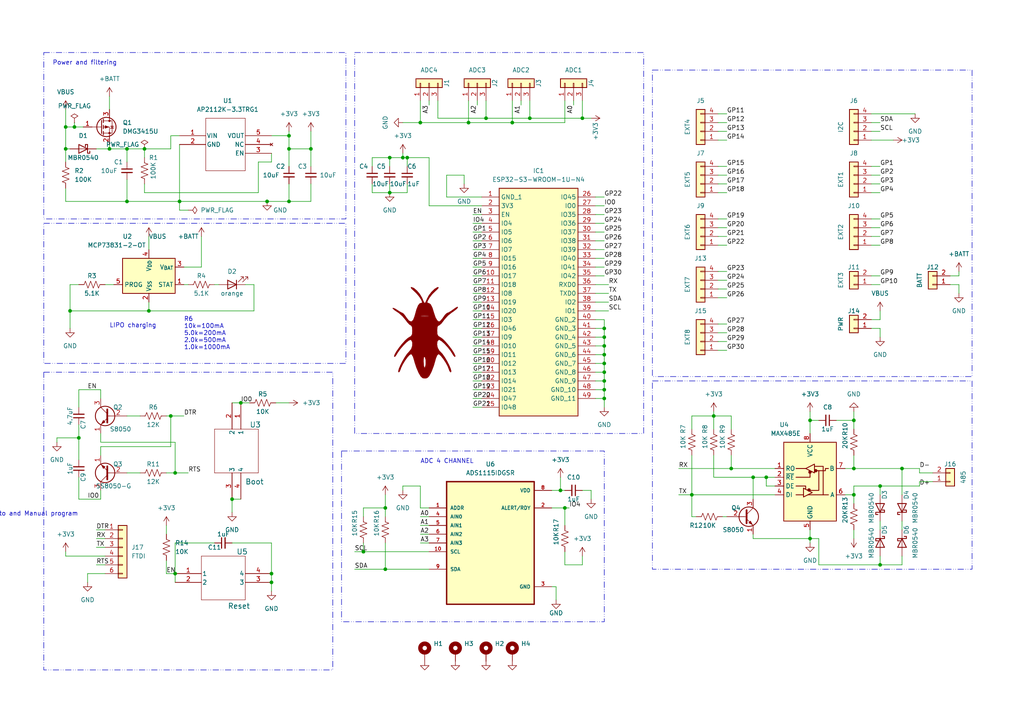
<source format=kicad_sch>
(kicad_sch (version 20230121) (generator eeschema)
  (paper "A4")
  (title_block (title "Sonpakharu") (date "2023-12-31") (rev "1.0.1") (company "Rajendra Khope"))
  (junction (at 111.76 147.32))
  (junction (at 175.26 107.95))
  (junction (at 105.41 160.02))
  (junction (at 111.76 165.1))
  (junction (at 247.65 143.51))
  (junction (at 19.05 36.83))
  (junction (at 19.05 43.18))
  (junction (at 50.8 137.16))
  (junction (at 153.67 34.29))
  (junction (at 175.26 95.25))
  (junction (at 78.74 166.37))
  (junction (at 175.26 115.57))
  (junction (at 140.97 34.29))
  (junction (at 20.32 90.17))
  (junction (at 52.07 58.42))
  (junction (at 175.26 100.33))
  (junction (at 83.82 58.42))
  (junction (at 175.26 110.49))
  (junction (at 168.91 34.29))
  (junction (at 83.82 39.37))
  (junction (at 162.56 142.24))
  (junction (at 36.83 58.42))
  (junction (at 36.83 43.18))
  (junction (at 67.31 144.78))
  (junction (at 116.84 45.72))
  (junction (at 113.03 45.72))
  (junction (at 77.47 58.42))
  (junction (at 175.26 105.41))
  (junction (at 135.89 35.56))
  (junction (at 78.74 168.91))
  (junction (at 255.27 163.83))
  (junction (at 41.91 43.18))
  (junction (at 234.95 121.92))
  (junction (at 113.03 55.88))
  (junction (at 69.85 116.84))
  (junction (at 212.09 135.89))
  (junction (at 261.62 135.89))
  (junction (at 247.65 135.89))
  (junction (at 175.26 113.03))
  (junction (at 31.75 43.18))
  (junction (at 247.65 121.92))
  (junction (at 200.66 143.51))
  (junction (at 255.27 140.97))
  (junction (at 49.53 120.65))
  (junction (at 234.95 156.21))
  (junction (at 148.59 35.56))
  (junction (at 175.26 97.79))
  (junction (at 163.83 147.32))
  (junction (at 43.18 90.17))
  (junction (at 222.25 138.43))
  (junction (at 121.92 35.56))
  (junction (at 22.86 127))
  (junction (at 50.8 166.37))
  (junction (at 207.01 120.65))
  (junction (at 118.11 45.72))
  (junction (at 175.26 102.87))
  (junction (at 218.44 138.43))
  (junction (at 83.82 43.18))
  (junction (at 90.17 43.18))
  (junction (at 21.59 36.83))
  (wire (pts (xy 172.72 67.31) (xy 175.26 67.31)))
  (wire (pts (xy 200.66 124.46) (xy 200.66 120.65)))
  (wire (pts (xy 67.31 116.84) (xy 69.85 116.84)))
  (wire (pts (xy 116.84 142.24) (xy 116.84 140.97)))
  (wire (pts (xy 29.21 144.78) (xy 22.86 144.78)))
  (wire (pts (xy 252.73 50.8) (xy 255.27 50.8)))
  (wire (pts (xy 111.76 143.51) (xy 111.76 147.32)))
  (wire (pts (xy 105.41 149.86) (xy 105.41 147.32)))
  (wire (pts (xy 113.03 45.72) (xy 107.95 45.72)))
  (wire (pts (xy 49.53 39.37) (xy 49.53 43.18)))
  (wire (pts (xy 160.02 142.24) (xy 162.56 142.24)))
  (wire (pts (xy 160.02 170.18) (xy 161.29 170.18)))
  (wire (pts (xy 121.92 152.4) (xy 124.46 152.4)))
  (wire (pts (xy 175.26 95.25) (xy 175.26 97.79)))
  (wire (pts (xy 52.07 60.96) (xy 52.07 58.42)))
  (wire (pts (xy 113.03 53.34) (xy 113.03 55.88)))
  (wire (pts (xy 208.28 35.56) (xy 210.82 35.56)))
  (wire (pts (xy 73.66 90.17) (xy 43.18 90.17)))
  (wire (pts (xy 252.73 38.1) (xy 255.27 38.1)))
  (wire (pts (xy 21.59 36.83) (xy 24.13 36.83)))
  (wire (pts (xy 78.74 46.99) (xy 74.93 46.99)))
  (wire (pts (xy 234.95 121.92) (xy 234.95 125.73)))
  (wire (pts (xy 121.92 140.97) (xy 121.92 147.32)))
  (wire (pts (xy 255.27 163.83) (xy 237.49 163.83)))
  (wire (pts (xy 252.73 68.58) (xy 255.27 68.58)))
  (wire (pts (xy 25.4 166.37) (xy 25.4 168.91)))
  (wire (pts (xy 124.46 45.72) (xy 118.11 45.72)))
  (wire (pts (xy 255.27 140.97) (xy 266.7 140.97)))
  (wire (pts (xy 172.72 80.01) (xy 175.26 80.01)))
  (wire (pts (xy 252.73 40.64) (xy 259.08 40.64)))
  (wire (pts (xy 36.83 52.07) (xy 36.83 58.42)))
  (wire (pts (xy 266.7 139.7) (xy 266.7 140.97)))
  (wire (pts (xy 252.73 95.25) (xy 255.27 95.25)))
  (wire (pts (xy 172.72 105.41) (xy 175.26 105.41)))
  (wire (pts (xy 162.56 142.24) (xy 163.83 142.24)))
  (wire (pts (xy 266.7 137.16) (xy 266.7 135.89)))
  (wire (pts (xy 121.92 149.86) (xy 124.46 149.86)))
  (wire (pts (xy 172.72 72.39) (xy 175.26 72.39)))
  (wire (pts (xy 137.16 105.41) (xy 139.7 105.41)))
  (wire (pts (xy 171.45 142.24) (xy 171.45 144.78)))
  (wire (pts (xy 107.95 53.34) (xy 107.95 55.88)))
  (wire (pts (xy 62.23 157.48) (xy 50.8 157.48)))
  (wire (pts (xy 140.97 34.29) (xy 153.67 34.29)))
  (wire (pts (xy 83.82 39.37) (xy 83.82 43.18)))
  (wire (pts (xy 41.91 53.34) (xy 41.91 55.88)))
  (wire (pts (xy 77.47 58.42) (xy 83.82 58.42)))
  (wire (pts (xy 175.26 110.49) (xy 175.26 113.03)))
  (wire (pts (xy 153.67 29.21) (xy 153.67 34.29)))
  (wire (pts (xy 175.26 97.79) (xy 175.26 100.33)))
  (wire (pts (xy 172.72 69.85) (xy 175.26 69.85)))
  (wire (pts (xy 36.83 46.99) (xy 36.83 43.18)))
  (wire (pts (xy 261.62 151.13) (xy 261.62 153.67)))
  (wire (pts (xy 172.72 95.25) (xy 175.26 95.25)))
  (wire (pts (xy 255.27 151.13) (xy 255.27 153.67)))
  (wire (pts (xy 137.16 85.09) (xy 139.7 85.09)))
  (wire (pts (xy 139.7 59.69) (xy 124.46 59.69)))
  (wire (pts (xy 163.83 147.32) (xy 165.1 147.32)))
  (wire (pts (xy 90.17 38.1) (xy 90.17 43.18)))
  (wire (pts (xy 67.31 144.78) (xy 67.31 148.59)))
  (wire (pts (xy 137.16 92.71) (xy 139.7 92.71)))
  (wire (pts (xy 255.27 161.29) (xy 255.27 163.83)))
  (wire (pts (xy 21.59 35.56) (xy 21.59 36.83)))
  (wire (pts (xy 161.29 170.18) (xy 161.29 173.99)))
  (wire (pts (xy 242.57 121.92) (xy 247.65 121.92)))
  (wire (pts (xy 53.34 82.55) (xy 54.61 82.55)))
  (wire (pts (xy 175.26 105.41) (xy 175.26 107.95)))
  (wire (pts (xy 172.72 100.33) (xy 175.26 100.33)))
  (wire (pts (xy 36.83 120.65) (xy 40.64 120.65)))
  (wire (pts (xy 172.72 74.93) (xy 175.26 74.93)))
  (wire (pts (xy 208.28 48.26) (xy 210.82 48.26)))
  (wire (pts (xy 67.31 157.48) (xy 78.74 157.48)))
  (wire (pts (xy 247.65 135.89) (xy 261.62 135.89)))
  (wire (pts (xy 113.03 45.72) (xy 116.84 45.72)))
  (wire (pts (xy 261.62 143.51) (xy 261.62 135.89)))
  (wire (pts (xy 127 34.29) (xy 140.97 34.29)))
  (wire (pts (xy 31.75 43.18) (xy 36.83 43.18)))
  (wire (pts (xy 224.79 140.97) (xy 222.25 140.97)))
  (wire (pts (xy 252.73 53.34) (xy 255.27 53.34)))
  (wire (pts (xy 83.82 43.18) (xy 90.17 43.18)))
  (wire (pts (xy 275.59 80.01) (xy 278.13 80.01)))
  (wire (pts (xy 172.72 92.71) (xy 175.26 92.71)))
  (wire (pts (xy 234.95 121.92) (xy 237.49 121.92)))
  (wire (pts (xy 247.65 135.89) (xy 247.65 132.08)))
  (wire (pts (xy 20.32 95.25) (xy 20.32 90.17)))
  (wire (pts (xy 252.73 48.26) (xy 255.27 48.26)))
  (wire (pts (xy 124.46 29.21) (xy 124.46 30.48)))
  (wire (pts (xy 105.41 157.48) (xy 105.41 160.02)))
  (wire (pts (xy 48.26 120.65) (xy 49.53 120.65)))
  (wire (pts (xy 102.87 160.02) (xy 105.41 160.02)))
  (wire (pts (xy 207.01 120.65) (xy 212.09 120.65)))
  (wire (pts (xy 54.61 60.96) (xy 52.07 60.96)))
  (wire (pts (xy 49.53 120.65) (xy 53.34 120.65)))
  (wire (pts (xy 252.73 33.02) (xy 265.43 33.02)))
  (wire (pts (xy 208.28 81.28) (xy 210.82 81.28)))
  (wire (pts (xy 163.83 35.56) (xy 148.59 35.56)))
  (wire (pts (xy 137.16 69.85) (xy 139.7 69.85)))
  (wire (pts (xy 247.65 121.92) (xy 247.65 124.46)))
  (wire (pts (xy 129.54 57.15) (xy 139.7 57.15)))
  (wire (pts (xy 41.91 55.88) (xy 74.93 55.88)))
  (wire (pts (xy 261.62 135.89) (xy 266.7 135.89)))
  (wire (pts (xy 73.66 82.55) (xy 73.66 90.17)))
  (wire (pts (xy 50.8 166.37) (xy 50.8 168.91)))
  (wire (pts (xy 19.05 43.18) (xy 19.05 46.99)))
  (wire (pts (xy 74.93 46.99) (xy 74.93 55.88)))
  (wire (pts (xy 20.32 90.17) (xy 20.32 82.55)))
  (wire (pts (xy 118.11 53.34) (xy 118.11 55.88)))
  (wire (pts (xy 175.26 92.71) (xy 175.26 95.25)))
  (wire (pts (xy 252.73 63.5) (xy 255.27 63.5)))
  (wire (pts (xy 50.8 137.16) (xy 54.61 137.16)))
  (wire (pts (xy 43.18 68.58) (xy 43.18 72.39)))
  (wire (pts (xy 172.72 57.15) (xy 175.26 57.15)))
  (wire (pts (xy 90.17 53.34) (xy 90.17 58.42)))
  (wire (pts (xy 222.25 138.43) (xy 218.44 138.43)))
  (wire (pts (xy 175.26 100.33) (xy 175.26 102.87)))
  (wire (pts (xy 27.94 43.18) (xy 31.75 43.18)))
  (wire (pts (xy 252.73 66.04) (xy 255.27 66.04)))
  (wire (pts (xy 50.8 128.27) (xy 50.8 137.16)))
  (wire (pts (xy 172.72 97.79) (xy 175.26 97.79)))
  (wire (pts (xy 172.72 85.09) (xy 176.53 85.09)))
  (wire (pts (xy 172.72 102.87) (xy 175.26 102.87)))
  (wire (pts (xy 62.23 82.55) (xy 63.5 82.55)))
  (wire (pts (xy 224.79 135.89) (xy 212.09 135.89)))
  (wire (pts (xy 29.21 132.08) (xy 29.21 129.54)))
  (wire (pts (xy 255.27 143.51) (xy 255.27 140.97)))
  (wire (pts (xy 69.85 116.84) (xy 72.39 116.84)))
  (wire (pts (xy 19.05 43.18) (xy 20.32 43.18)))
  (wire (pts (xy 151.13 29.21) (xy 151.13 30.48)))
  (wire (pts (xy 208.28 93.98) (xy 210.82 93.98)))
  (wire (pts (xy 19.05 36.83) (xy 21.59 36.83)))
  (wire (pts (xy 29.21 128.27) (xy 50.8 128.27)))
  (wire (pts (xy 90.17 43.18) (xy 90.17 48.26)))
  (wire (pts (xy 113.03 55.88) (xy 118.11 55.88)))
  (wire (pts (xy 148.59 35.56) (xy 135.89 35.56)))
  (wire (pts (xy 252.73 35.56) (xy 255.27 35.56)))
  (wire (pts (xy 20.32 82.55) (xy 22.86 82.55)))
  (wire (pts (xy 172.72 90.17) (xy 176.53 90.17)))
  (wire (pts (xy 53.34 77.47) (xy 58.42 77.47)))
  (wire (pts (xy 168.91 163.83) (xy 163.83 163.83)))
  (wire (pts (xy 234.95 156.21) (xy 234.95 157.48)))
  (wire (pts (xy 270.51 139.7) (xy 266.7 139.7)))
  (wire (pts (xy 208.28 53.34) (xy 210.82 53.34)))
  (wire (pts (xy 218.44 138.43) (xy 218.44 144.78)))
  (wire (pts (xy 212.09 135.89) (xy 212.09 132.08)))
  (wire (pts (xy 19.05 54.61) (xy 19.05 58.42)))
  (wire (pts (xy 16.51 128.27) (xy 16.51 127)))
  (wire (pts (xy 245.11 143.51) (xy 247.65 143.51)))
  (wire (pts (xy 137.16 80.01) (xy 139.7 80.01)))
  (wire (pts (xy 27.94 156.21) (xy 30.48 156.21)))
  (wire (pts (xy 118.11 45.72) (xy 116.84 45.72)))
  (wire (pts (xy 78.74 157.48) (xy 78.74 166.37)))
  (wire (pts (xy 208.28 50.8) (xy 210.82 50.8)))
  (wire (pts (xy 41.91 43.18) (xy 41.91 45.72)))
  (wire (pts (xy 36.83 43.18) (xy 41.91 43.18)))
  (wire (pts (xy 175.26 113.03) (xy 175.26 115.57)))
  (wire (pts (xy 137.16 74.93) (xy 139.7 74.93)))
  (wire (pts (xy 41.91 43.18) (xy 49.53 43.18)))
  (wire (pts (xy 116.84 45.72) (xy 116.84 44.45)))
  (wire (pts (xy 78.74 168.91) (xy 78.74 171.45)))
  (wire (pts (xy 135.89 29.21) (xy 135.89 35.56)))
  (wire (pts (xy 208.28 68.58) (xy 210.82 68.58)))
  (wire (pts (xy 172.72 113.03) (xy 175.26 113.03)))
  (wire (pts (xy 140.97 29.21) (xy 140.97 34.29)))
  (wire (pts (xy 113.03 48.26) (xy 113.03 45.72)))
  (wire (pts (xy 261.62 161.29) (xy 261.62 163.83)))
  (wire (pts (xy 208.28 33.02) (xy 210.82 33.02)))
  (wire (pts (xy 107.95 55.88) (xy 113.03 55.88)))
  (wire (pts (xy 83.82 38.1) (xy 83.82 39.37)))
  (wire (pts (xy 172.72 110.49) (xy 175.26 110.49)))
  (wire (pts (xy 36.83 137.16) (xy 40.64 137.16)))
  (wire (pts (xy 52.07 39.37) (xy 49.53 39.37)))
  (wire (pts (xy 252.73 92.71) (xy 255.27 92.71)))
  (wire (pts (xy 137.16 64.77) (xy 139.7 64.77)))
  (wire (pts (xy 137.16 102.87) (xy 139.7 102.87)))
  (wire (pts (xy 16.51 127) (xy 22.86 127)))
  (wire (pts (xy 207.01 120.65) (xy 207.01 124.46)))
  (wire (pts (xy 49.53 129.54) (xy 49.53 120.65)))
  (wire (pts (xy 255.27 92.71) (xy 255.27 90.17)))
  (wire (pts (xy 48.26 166.37) (xy 50.8 166.37)))
  (wire (pts (xy 175.26 107.95) (xy 175.26 110.49)))
  (wire (pts (xy 208.28 55.88) (xy 210.82 55.88)))
  (wire (pts (xy 166.37 29.21) (xy 166.37 30.48)))
  (wire (pts (xy 129.54 57.15) (xy 129.54 50.8)))
  (wire (pts (xy 80.01 116.84) (xy 83.82 116.84)))
  (wire (pts (xy 208.28 71.12) (xy 210.82 71.12)))
  (wire (pts (xy 278.13 78.74) (xy 278.13 80.01)))
  (wire (pts (xy 252.73 82.55) (xy 255.27 82.55)))
  (wire (pts (xy 234.95 119.38) (xy 234.95 121.92)))
  (wire (pts (xy 121.92 147.32) (xy 124.46 147.32)))
  (wire (pts (xy 36.83 58.42) (xy 52.07 58.42)))
  (wire (pts (xy 208.28 63.5) (xy 210.82 63.5)))
  (wire (pts (xy 137.16 82.55) (xy 139.7 82.55)))
  (wire (pts (xy 200.66 120.65) (xy 207.01 120.65)))
  (wire (pts (xy 275.59 82.55) (xy 278.13 82.55)))
  (wire (pts (xy 252.73 71.12) (xy 255.27 71.12)))
  (wire (pts (xy 224.79 143.51) (xy 200.66 143.51)))
  (wire (pts (xy 207.01 138.43) (xy 207.01 132.08)))
  (wire (pts (xy 134.62 50.8) (xy 134.62 53.34)))
  (wire (pts (xy 168.91 142.24) (xy 171.45 142.24)))
  (wire (pts (xy 207.01 119.38) (xy 207.01 120.65)))
  (wire (pts (xy 30.48 166.37) (xy 25.4 166.37)))
  (wire (pts (xy 137.16 87.63) (xy 139.7 87.63)))
  (wire (pts (xy 208.28 38.1) (xy 210.82 38.1)))
  (wire (pts (xy 134.62 50.8) (xy 129.54 50.8)))
  (wire (pts (xy 137.16 67.31) (xy 139.7 67.31)))
  (wire (pts (xy 137.16 62.23) (xy 139.7 62.23)))
  (wire (pts (xy 19.05 58.42) (xy 36.83 58.42)))
  (wire (pts (xy 127 29.21) (xy 127 34.29)))
  (wire (pts (xy 48.26 152.4) (xy 48.26 154.94)))
  (wire (pts (xy 29.21 113.03) (xy 22.86 113.03)))
  (wire (pts (xy 208.28 83.82) (xy 210.82 83.82)))
  (wire (pts (xy 137.16 100.33) (xy 139.7 100.33)))
  (wire (pts (xy 52.07 58.42) (xy 77.47 58.42)))
  (wire (pts (xy 43.18 87.63) (xy 43.18 90.17)))
  (wire (pts (xy 172.72 82.55) (xy 176.53 82.55)))
  (wire (pts (xy 111.76 165.1) (xy 124.46 165.1)))
  (wire (pts (xy 31.75 41.91) (xy 31.75 43.18)))
  (wire (pts (xy 200.66 143.51) (xy 200.66 132.08)))
  (wire (pts (xy 135.89 35.56) (xy 121.92 35.56)))
  (wire (pts (xy 121.92 154.94) (xy 124.46 154.94)))
  (wire (pts (xy 102.87 165.1) (xy 111.76 165.1)))
  (wire (pts (xy 29.21 125.73) (xy 29.21 128.27)))
  (wire (pts (xy 208.28 101.6) (xy 210.82 101.6)))
  (wire (pts (xy 30.48 82.55) (xy 33.02 82.55)))
  (wire (pts (xy 196.85 135.89) (xy 212.09 135.89)))
  (wire (pts (xy 237.49 163.83) (xy 237.49 156.21)))
  (wire (pts (xy 19.05 36.83) (xy 19.05 31.75)))
  (wire (pts (xy 137.16 110.49) (xy 139.7 110.49)))
  (wire (pts (xy 50.8 157.48) (xy 50.8 166.37)))
  (wire (pts (xy 29.21 129.54) (xy 49.53 129.54)))
  (wire (pts (xy 209.55 149.86) (xy 210.82 149.86)))
  (wire (pts (xy 218.44 138.43) (xy 207.01 138.43)))
  (wire (pts (xy 172.72 64.77) (xy 175.26 64.77)))
  (wire (pts (xy 78.74 39.37) (xy 83.82 39.37)))
  (wire (pts (xy 83.82 53.34) (xy 83.82 58.42)))
  (wire (pts (xy 208.28 66.04) (xy 210.82 66.04)))
  (wire (pts (xy 172.72 107.95) (xy 175.26 107.95)))
  (wire (pts (xy 19.05 36.83) (xy 19.05 43.18)))
  (wire (pts (xy 105.41 160.02) (xy 124.46 160.02)))
  (wire (pts (xy 27.94 163.83) (xy 30.48 163.83)))
  (wire (pts (xy 234.95 156.21) (xy 234.95 153.67)))
  (wire (pts (xy 247.65 140.97) (xy 247.65 143.51)))
  (wire (pts (xy 247.65 119.38) (xy 247.65 121.92)))
  (wire (pts (xy 270.51 137.16) (xy 266.7 137.16)))
  (wire (pts (xy 278.13 82.55) (xy 278.13 85.09)))
  (wire (pts (xy 137.16 90.17) (xy 139.7 90.17)))
  (wire (pts (xy 105.41 147.32) (xy 111.76 147.32)))
  (wire (pts (xy 118.11 45.72) (xy 118.11 48.26)))
  (wire (pts (xy 245.11 135.89) (xy 247.65 135.89)))
  (wire (pts (xy 222.25 140.97) (xy 222.25 138.43)))
  (wire (pts (xy 163.83 29.21) (xy 163.83 35.56)))
  (wire (pts (xy 22.86 127) (xy 22.86 133.35)))
  (wire (pts (xy 255.27 140.97) (xy 247.65 140.97)))
  (wire (pts (xy 22.86 144.78) (xy 22.86 138.43)))
  (wire (pts (xy 71.12 82.55) (xy 73.66 82.55)))
  (wire (pts (xy 121.92 157.48) (xy 124.46 157.48)))
  (wire (pts (xy 137.16 113.03) (xy 139.7 113.03)))
  (wire (pts (xy 218.44 154.94) (xy 218.44 156.21)))
  (wire (pts (xy 162.56 142.24) (xy 162.56 138.43)))
  (wire (pts (xy 116.84 140.97) (xy 121.92 140.97)))
  (wire (pts (xy 67.31 144.78) (xy 69.85 144.78)))
  (wire (pts (xy 208.28 86.36) (xy 210.82 86.36)))
  (wire (pts (xy 111.76 157.48) (xy 111.76 165.1)))
  (wire (pts (xy 111.76 147.32) (xy 111.76 149.86)))
  (wire (pts (xy 31.75 27.94) (xy 31.75 31.75)))
  (wire (pts (xy 148.59 29.21) (xy 148.59 35.56)))
  (wire (pts (xy 137.16 115.57) (xy 139.7 115.57)))
  (wire (pts (xy 247.65 153.67) (xy 247.65 156.21)))
  (wire (pts (xy 137.16 77.47) (xy 139.7 77.47)))
  (wire (pts (xy 137.16 97.79) (xy 139.7 97.79)))
  (wire (pts (xy 138.43 29.21) (xy 138.43 30.48)))
  (wire (pts (xy 224.79 138.43) (xy 222.25 138.43)))
  (wire (pts (xy 78.74 44.45) (xy 78.74 46.99)))
  (wire (pts (xy 172.72 59.69) (xy 175.26 59.69)))
  (wire (pts (xy 137.16 118.11) (xy 139.7 118.11)))
  (wire (pts (xy 208.28 96.52) (xy 210.82 96.52)))
  (wire (pts (xy 212.09 124.46) (xy 212.09 120.65)))
  (wire (pts (xy 175.26 102.87) (xy 175.26 105.41)))
  (wire (pts (xy 19.05 161.29) (xy 19.05 160.02)))
  (wire (pts (xy 52.07 41.91) (xy 52.07 58.42)))
  (wire (pts (xy 208.28 78.74) (xy 210.82 78.74)))
  (wire (pts (xy 43.18 90.17) (xy 20.32 90.17)))
  (wire (pts (xy 78.74 166.37) (xy 78.74 168.91)))
  (wire (pts (xy 83.82 58.42) (xy 90.17 58.42)))
  (wire (pts (xy 172.72 115.57) (xy 175.26 115.57)))
  (wire (pts (xy 172.72 62.23) (xy 175.26 62.23)))
  (wire (pts (xy 160.02 147.32) (xy 163.83 147.32)))
  (wire (pts (xy 137.16 95.25) (xy 139.7 95.25)))
  (wire (pts (xy 27.94 158.75) (xy 30.48 158.75)))
  (wire (pts (xy 218.44 156.21) (xy 234.95 156.21)))
  (wire (pts (xy 196.85 143.51) (xy 200.66 143.51)))
  (wire (pts (xy 201.93 149.86) (xy 200.66 149.86)))
  (wire (pts (xy 121.92 29.21) (xy 121.92 35.56)))
  (wire (pts (xy 153.67 34.29) (xy 168.91 34.29)))
  (wire (pts (xy 29.21 115.57) (xy 29.21 113.03)))
  (wire (pts (xy 175.26 115.57) (xy 175.26 118.11)))
  (wire (pts (xy 163.83 163.83) (xy 163.83 160.02)))
  (wire (pts (xy 261.62 163.83) (xy 255.27 163.83)))
  (wire (pts (xy 83.82 43.18) (xy 83.82 48.26)))
  (wire (pts (xy 208.28 40.64) (xy 210.82 40.64)))
  (wire (pts (xy 137.16 107.95) (xy 139.7 107.95)))
  (wire (pts (xy 124.46 59.69) (xy 124.46 45.72)))
  (wire (pts (xy 58.42 77.47) (xy 58.42 68.58)))
  (wire (pts (xy 121.92 35.56) (xy 116.84 35.56)))
  (wire (pts (xy 172.72 77.47) (xy 175.26 77.47)))
  (wire (pts (xy 22.86 113.03) (xy 22.86 118.11)))
  (wire (pts (xy 137.16 72.39) (xy 139.7 72.39)))
  (wire (pts (xy 163.83 147.32) (xy 163.83 152.4)))
  (wire (pts (xy 22.86 127) (xy 22.86 123.19)))
  (wire (pts (xy 255.27 95.25) (xy 255.27 97.79)))
  (wire (pts (xy 29.21 142.24) (xy 29.21 144.78)))
  (wire (pts (xy 247.65 143.51) (xy 247.65 146.05)))
  (wire (pts (xy 168.91 161.29) (xy 168.91 163.83)))
  (wire (pts (xy 27.94 153.67) (xy 30.48 153.67)))
  (wire (pts (xy 200.66 149.86) (xy 200.66 143.51)))
  (wire (pts (xy 252.73 80.01) (xy 255.27 80.01)))
  (wire (pts (xy 237.49 156.21) (xy 234.95 156.21)))
  (wire (pts (xy 48.26 162.56) (xy 48.26 166.37)))
  (wire (pts (xy 172.72 87.63) (xy 176.53 87.63)))
  (wire (pts (xy 48.26 137.16) (xy 50.8 137.16)))
  (wire (pts (xy 168.91 29.21) (xy 168.91 34.29)))
  (wire (pts (xy 252.73 55.88) (xy 255.27 55.88)))
  (wire (pts (xy 168.91 34.29) (xy 171.45 34.29)))
  (wire (pts (xy 19.05 161.29) (xy 30.48 161.29)))
  (wire (pts (xy 107.95 45.72) (xy 107.95 48.26)))
  (wire (pts (xy 208.28 99.06) (xy 210.82 99.06)))
  (rectangle (start 12.7 15.24) (end 100.33 63.5) (stroke (width 0) (type dash_dot_dot)))
  (rectangle (start 12.7 107.95) (end 96.52 194.31) (stroke (width 0) (type dash_dot_dot)))
  (rectangle (start 12.7 64.77) (end 100.33 105.41) (stroke (width 0) (type dash_dot_dot)))
  (rectangle (start 102.87 15.24) (end 186.69 125.73) (stroke (width 0) (type dash_dot_dot)))
  (rectangle (start 99.06 130.81) (end 175.26 180.34) (stroke (width 0) (type dash_dot_dot)))
  (rectangle (start 189.23 20.32) (end 281.94 109.22) (stroke (width 0) (type dash_dot_dot)))
  (rectangle (start 189.23 110.49) (end 281.94 165.1) (stroke (width 0) (type dash_dot_dot)))
  (text "Power and filtering" (at 15.24 19.05 0) (effects (font (size 1.27 1.27)) (justify left bottom)))
  (text "Auto and Manual program" (at -2.54 149.86 0) (effects (font (size 1.27 1.27)) (justify left bottom)))
  (text "LIPO charging" (at 31.75 95.25 0) (effects (font (size 1.27 1.27)) (justify left bottom)))
  (text "R6\n10k=100mA\n5.0k=200mA\n2.0k=500mA\n1.0k=1000mA" (at 53.34 101.6 0) (effects (font (size 1.27 1.27)) (justify left bottom)))
  (text "ADC 4 CHANNEL" (at 121.92 134.62 0) (effects (font (size 1.27 1.27)) (justify left bottom)))
  (label "SDA" (at 102.87 165.1 0))
  (label "GP16" (at 137.16 105.41 0))
  (label "GP15" (at 210.82 48.26 0))
  (label "IO0" (at 175.26 59.69 0))
  (label "GP13" (at 210.82 38.1 0))
  (label "GP19" (at 137.16 113.03 0))
  (label "GP19" (at 210.82 63.5 0))
  (label "RX" (at 27.94 156.21 0))
  (label "GP23" (at 175.26 62.23 0))
  (label "GP9" (at 255.27 80.01 0))
  (label "GP17" (at 137.16 107.95 0))
  (label "GP28" (at 210.82 96.52 0))
  (label "GP21" (at 210.82 68.58 0))
  (label "GP11" (at 137.16 92.71 0))
  (label "SDA" (at 176.53 87.63 0))
  (label "GP11" (at 210.82 33.02 0))
  (label "GP3" (at 255.27 53.34 0))
  (label "GP20" (at 210.82 66.04 0))
  (label "GP13" (at 137.16 97.79 0))
  (label "GP28" (at 175.26 74.93 0))
  (label "GP26" (at 210.82 86.36 0))
  (label "GP6" (at 137.16 80.01 0))
  (label "GP30" (at 175.26 80.01 0))
  (label "GP9" (at 137.16 87.63 0))
  (label "GP24" (at 175.26 64.77 0))
  (label "A0" (at 121.92 149.86 0))
  (label "GP1" (at 137.16 67.31 0))
  (label "GP14" (at 137.16 100.33 0))
  (label "GP7" (at 137.16 82.55 0))
  (label "SCL" (at 176.53 90.17 0))
  (label "GP10" (at 255.27 82.55 0))
  (label "GP2" (at 255.27 50.8 0))
  (label "A0" (at 166.37 30.48 270))
  (label "SCL" (at 102.87 160.02 0))
  (label "IO0" (at 25.4 144.78 0))
  (label "GP4" (at 137.16 74.93 0))
  (label "GP12" (at 137.16 95.25 0))
  (label "TX" (at 196.85 143.51 0))
  (label "RTS" (at 27.94 163.83 0))
  (label "GP21" (at 137.16 118.11 0))
  (label "GP27" (at 210.82 93.98 0))
  (label "TX" (at 27.94 158.75 0))
  (label "TX" (at 176.53 85.09 0))
  (label "GP18" (at 137.16 110.49 0))
  (label "GP22" (at 175.26 57.15 0))
  (label "A2" (at 121.92 154.94 0))
  (label "GP8" (at 137.16 85.09 0))
  (label "RX" (at 196.85 135.89 0))
  (label "GP29" (at 175.26 77.47 0))
  (label "GP10" (at 137.16 90.17 0))
  (label "GP25" (at 175.26 67.31 0))
  (label "A2" (at 138.43 30.48 270))
  (label "GP27" (at 175.26 72.39 0))
  (label "GP8" (at 255.27 71.12 0))
  (label "SDA" (at 255.27 35.56 0))
  (label "IO4" (at 137.16 64.77 0))
  (label "GP30" (at 210.82 101.6 0))
  (label "A3" (at 121.92 157.48 0))
  (label "GP14" (at 210.82 40.64 0))
  (label "GP18" (at 210.82 55.88 0))
  (label "GP5" (at 137.16 77.47 0))
  (label "EN" (at 25.4 113.03 0))
  (label "GP5" (at 255.27 63.5 0))
  (label "GP6" (at 255.27 66.04 0))
  (label "GP12" (at 210.82 35.56 0))
  (label "GP4" (at 255.27 55.88 0))
  (label "SCL" (at 255.27 38.1 0))
  (label "EN" (at 137.16 62.23 0))
  (label "GP17" (at 210.82 53.34 0))
  (label "DTR" (at 27.94 153.67 0))
  (label "A1" (at 121.92 152.4 0))
  (label "A3" (at 124.46 30.48 270))
  (label "D-" (at 266.7 135.89 0))
  (label "IO4" (at 165.1 147.32 0))
  (label "GP29" (at 210.82 99.06 0))
  (label "GP24" (at 210.82 81.28 0))
  (label "D+" (at 266.7 140.97 0))
  (label "RX" (at 176.53 82.55 0))
  (label "GP23" (at 210.82 78.74 0))
  (label "EN" (at 48.26 166.37 0))
  (label "GP22" (at 210.82 71.12 0))
  (label "GP25" (at 210.82 83.82 0))
  (label "GP20" (at 137.16 115.57 0))
  (label "GP26" (at 175.26 69.85 0))
  (label "DTR" (at 53.34 120.65 0))
  (label "GP1" (at 255.27 48.26 0))
  (label "A1" (at 151.13 30.48 270))
  (label "GP15" (at 137.16 102.87 0))
  (label "GP7" (at 255.27 68.58 0))
  (label "GP16" (at 210.82 50.8 0))
  (label "GP2" (at 137.16 69.85 0))
  (label "RTS" (at 54.61 137.16 0))
  (label "GP3" (at 137.16 72.39 0))
  (label "IO0" (at 69.85 116.84 0))
  (symbol (lib_id "Device:R_US") (at 76.2 116.84 90) (unit 1)
    (property "Reference" "R5" (at 76.2 114.3 90))
    (property "Value" "10K" (at 76.2 119.38 90))
    (property "Footprint" "Resistor_SMD:R_0603_1608Metric" (effects hide))
    (property "MPN" "C25804" (effects hide))
  )
  (symbol (lib_id "power:+3V3") (at 162.56 138.43 0) (unit 1)
    (property "Reference" "#PWR028" (effects hide))
    (property "Value" "+3V3" (at 162.56 133.35 0))
  )
  (symbol (lib_id "power:+3V3") (at 83.82 116.84 270) (unit 1)
    (property "Reference" "#PWR020" (effects hide))
    (property "Value" "+3V3" (at 87.63 116.84 90) (effects (justify left)))
  )
  (symbol (lib_id "power:GND") (at 78.74 171.45 0) (unit 1)
    (property "Reference" "#PWR036" (effects hide))
    (property "Value" "GND" (at 78.74 176.53 0))
  )
  (symbol (lib_id "Device:C_Small") (at 166.37 142.24 270) (unit 1)
    (property "Reference" "C10" (at 166.37 138.43 90))
    (property "Value" "1uF" (at 166.37 144.78 90))
    (property "Footprint" "Capacitor_SMD:C_0603_1608Metric" (effects hide))
    (property "MPN" "C363560" (effects hide))
  )
  (symbol (lib_id "Device:R_US") (at 105.41 153.67 0) (unit 1)
    (property "Reference" "R15" (at 102.87 149.86 90))
    (property "Value" "10K" (at 102.87 153.67 90))
    (property "Footprint" "Resistor_SMD:R_0603_1608Metric" (effects hide))
    (property "MPN" "C25804" (effects hide))
  )
  (symbol (lib_id "power:+3V3") (at 259.08 40.64 270) (unit 1)
    (property "Reference" "#PWR08" (effects hide))
    (property "Value" "+3V3" (at 264.16 40.64 90))
  )
  (symbol (lib_id "Connector_Generic:Conn_01x04") (at 247.65 38.1 180) (unit 1)
    (property "Reference" "J6" (at 247.65 29.21 0))
    (property "Value" "I2C" (at 243.84 36.83 90))
    (property "Footprint" "Connector_Molex:Molex_KK-254_AE-6410-04A_1x04_P2.54mm_Vertical" (effects hide))
  )
  (symbol (lib_id "Device:C_Small") (at 240.03 121.92 270) (unit 1)
    (property "Reference" "C8" (at 240.03 118.11 90))
    (property "Value" "1uF" (at 240.03 124.46 90))
    (property "Footprint" "Capacitor_SMD:C_0603_1608Metric" (effects hide))
    (property "MPN" "C363560" (effects hide))
  )
  (symbol (lib_id "power:+3V3") (at 168.91 161.29 0) (unit 1)
    (property "Reference" "#PWR037" (effects hide))
    (property "Value" "+3V3" (at 168.91 156.21 0))
  )
  (symbol (lib_id "power:+3V3") (at 207.01 119.38 0) (unit 1)
    (property "Reference" "#PWR022" (effects hide))
    (property "Value" "+3V3" (at 207.01 114.3 0))
  )
  (symbol (lib_id "Device:C_Small") (at 118.11 50.8 0) (unit 1)
    (property "Reference" "C6" (at 118.11 48.26 0) (effects (justify left)))
    (property "Value" "1uF" (at 118.11 53.34 0) (effects (justify left)))
    (property "Footprint" "Capacitor_SMD:C_0603_1608Metric" (effects hide))
    (property "MPN" "C363560" (effects hide))
  )
  (symbol (lib_id "Mechanical:MountingHole_Pad") (at 140.97 189.23 0) (unit 1)
    (property "Reference" "H2" (at 143.51 186.69 0) (effects (justify left)))
    (property "Value" "mounting hole" (effects hide))
    (property "Footprint" "MountingHole:MountingHole_2.2mm_M2_Pad_Via" (effects hide))
  )
  (symbol (lib_id "Transistor_BJT:S8050") (at 215.9 149.86 0) (unit 1)
    (property "Reference" "Q4" (at 212.09 147.32 0) (effects (justify left)))
    (property "Value" "S8050" (at 209.55 153.67 0) (effects (justify left)))
    (property "Footprint" "Package_TO_SOT_SMD:SOT-23" (effects hide))
    (property "Datasheet" "http://www.unisonic.com.tw/datasheet/S8050.pdf" (effects hide))
    (property "package" " SOT-23" (effects hide))
    (property "MPN" "C5249674" (effects hide))
  )
  (symbol (lib_id "Device:R_US") (at 48.26 158.75 180) (unit 1)
    (property "Reference" "R14" (at 50.8 157.48 0) (effects (justify right)))
    (property "Value" "10K" (at 50.8 160.02 0) (effects (justify right)))
    (property "Footprint" "Resistor_SMD:R_0603_1608Metric" (effects hide))
    (property "MPN" "C25804" (effects hide))
  )
  (symbol (lib_id "power:GND") (at 25.4 168.91 0) (unit 1)
    (property "Reference" "#PWR035" (effects hide))
    (property "Value" "GND" (at 25.4 173.99 0))
  )
  (symbol (lib_id "Device:R_US") (at 212.09 128.27 0) (unit 1)
    (property "Reference" "R9" (at 209.55 124.46 90))
    (property "Value" "10K" (at 209.55 128.27 90))
    (property "Footprint" "Resistor_SMD:R_0603_1608Metric" (effects hide))
    (property "MPN" "C25804" (effects hide))
  )
  (symbol (lib_id "Diode:MBR0540") (at 255.27 157.48 270) (unit 1)
    (property "Reference" "D5" (at 256.54 153.67 0))
    (property "Value" "MBR0540" (at 252.73 157.48 0))
    (property "Footprint" "Diode_SMD:D_SOD-123" (effects hide))
    (property "Datasheet" "http://www.mccsemi.com/up_pdf/MBR0520~MBR0580(SOD123).pdf" (effects hide))
    (property "MPN" "C116159" (effects hide))
  )
  (symbol (lib_id "Device:C_Small") (at 22.86 135.89 180) (unit 1)
    (property "Reference" "C9" (at 24.13 138.43 90))
    (property "Value" "1uF" (at 20.32 135.89 90))
    (property "Footprint" "Capacitor_SMD:C_0603_1608Metric" (effects hide))
    (property "MPN" "C363560" (effects hide))
  )
  (symbol (lib_id "Mechanical:MountingHole_Pad") (at 148.59 189.23 0) (unit 1)
    (property "Reference" "H4" (at 151.13 186.69 0) (effects (justify left)))
    (property "Value" "MountingHole_Pad" (effects hide))
    (property "Footprint" "MountingHole:MountingHole_2.2mm_M2_DIN965_Pad" (effects hide))
  )
  (symbol (lib_id "Device:R_US") (at 44.45 120.65 90) (unit 1)
    (property "Reference" "R6" (at 44.45 118.11 90))
    (property "Value" "12K" (at 44.45 123.19 90))
    (property "Footprint" "Resistor_SMD:R_0603_1608Metric" (effects hide))
    (property "MPN" "C22790" (effects hide))
  )
  (symbol (lib_id "Transistor_BJT:S8050") (at 31.75 137.16 180) (unit 1)
    (property "Reference" "Q3" (at 35.56 134.62 0) (effects (justify left)))
    (property "Value" "SS8050-G" (at 38.1 140.97 0) (effects (justify left)))
    (property "Footprint" "Package_TO_SOT_SMD:SOT-23" (effects hide))
    (property "Datasheet" "http://www.unisonic.com.tw/datasheet/S8050.pdf" (effects hide))
    (property "MPN" "C5249674" (effects hide))
  )
  (symbol (lib_id "Device:C_Small") (at 113.03 50.8 0) (unit 1)
    (property "Reference" "C5" (at 109.22 48.26 0) (effects (justify left)))
    (property "Value" "10uF" (at 113.03 53.34 0) (effects (justify left)))
    (property "Footprint" "Capacitor_SMD:C_0603_1608Metric" (effects hide))
    (property "MPN" "C5137578" (effects hide))
  )
  (symbol (lib_id "Device:R_US") (at 19.05 50.8 180) (unit 1)
    (property "Reference" "R2" (at 21.59 49.53 0) (effects (justify right)))
    (property "Value" "100K" (at 21.59 52.07 0) (effects (justify right)))
    (property "Footprint" "Resistor_SMD:R_0603_1608Metric" (effects hide))
    (property "MPN" "C25803" (effects hide))
  )
  (symbol (lib_id "power:GND") (at 134.62 53.34 0) (unit 1)
    (property "Reference" "#PWR010" (effects hide))
    (property "Value" "GND" (at 134.62 58.42 0))
  )
  (symbol (lib_id "Device:R_US") (at 247.65 128.27 0) (unit 1)
    (property "Reference" "R10" (at 245.11 124.46 90))
    (property "Value" "20K" (at 245.11 128.27 90))
    (property "Footprint" "Resistor_SMD:R_0603_1608Metric" (effects hide))
    (property "MPN" "C25804" (effects hide))
  )
  (symbol (lib_id "ESP32-S3-WROOM-1U-N4:ESP32-S3-WROOM-1U-N4") (at 139.7 57.15 0) (unit 1)
    (property "Reference" "IC1" (at 156.21 49.53 0))
    (property "Value" "ESP32-S3-WROOM-1U-N4" (at 156.21 52.07 0))
    (property "Footprint" "KiCad:ESP32S3WROOM1UN4" (effects hide))
    (property "Datasheet" "https://www.espressif.com/sites/default/files/documentation/esp32-s3-wroom-1_wroom-1u_datasheet_en.pdf" (effects hide))
    (property "Height" "3.35" (effects hide))
    (property "Manufacturer_Name" "Espressif Systems" (effects hide))
    (property "Manufacturer_Part_Number" "ESP32-S3-WROOM-1U-N4" (effects hide))
    (property "Mouser Part Number" "356-ESP32S3WROOM1UN4" (effects hide))
    (property "Mouser Price/Stock" "https://www.mouser.co.uk/ProductDetail/Espressif-Systems/ESP32-S3-WROOM-1U-N4?qs=Li%252BoUPsLEnuzjBt9s26Lmg%3D%3D" (effects hide))
    (property "MPN" "C3013945" (effects hide))
  )
  (symbol (lib_id "Device:C_Small") (at 107.95 50.8 0) (unit 1)
    (property "Reference" "C4" (at 104.14 48.26 0) (effects (justify left)))
    (property "Value" "10uF" (at 107.95 53.34 0) (effects (justify left)))
    (property "Footprint" "Capacitor_SMD:C_0603_1608Metric" (effects hide))
    (property "MPN" "C5137578" (effects hide))
  )
  (symbol (lib_id "power:GND") (at 123.19 191.77 0) (unit 1)
    (property "Reference" "#PWR038" (effects hide))
    (property "Value" "GND" (effects hide))
  )
  (symbol (lib_id "power:GND") (at 67.31 148.59 0) (unit 1)
    (property "Reference" "#PWR027" (effects hide))
    (property "Value" "GND" (at 67.31 153.67 0))
  )
  (symbol (lib_id "Connector_Generic:Conn_01x02") (at 270.51 82.55 180) (unit 1)
    (property "Reference" "J12" (at 270.51 77.47 0))
    (property "Value" "BATT" (at 266.7 81.28 90))
    (property "Footprint" "Connector_Molex:Molex_KK-254_AE-6410-02A_1x02_P2.54mm_Vertical" (effects hide))
  )
  (symbol (lib_id "power:GND") (at 234.95 157.48 0) (unit 1)
    (property "Reference" "#PWR031" (effects hide))
    (property "Value" "GND" (at 234.95 162.56 0))
  )
  (symbol (lib_id "Connector_Generic:Conn_01x06") (at 35.56 158.75 0) (unit 1)
    (property "Reference" "J17" (at 38.1 158.75 0) (effects (justify left)))
    (property "Value" "FTDI" (at 38.1 161.29 0) (effects (justify left)))
    (property "Footprint" "Connector_Molex:Molex_KK-254_AE-6410-06A_1x06_P2.54mm_Vertical" (effects hide))
  )
  (symbol (lib_id "Battery_Management:MCP73831-2-OT") (at 43.18 80.01 0) (unit 1)
    (property "Reference" "U2" (at 35.56 68.58 0) (effects (justify left)))
    (property "Value" "MCP73831-2-OT" (at 25.4 71.12 0) (effects (justify left)))
    (property "Footprint" "Package_TO_SOT_SMD:SOT-23-5" (effects hide))
    (property "Datasheet" "http://ww1.microchip.com/downloads/en/DeviceDoc/20001984g.pdf" (effects hide))
    (property "MPN" "C424093" (effects hide))
  )
  (symbol (lib_id "Mechanical:MountingHole_Pad") (at 132.08 189.23 0) (unit 1)
    (property "Reference" "H3" (at 134.62 186.69 0) (effects (justify left)))
    (property "Value" "MountingHole_Pad" (effects hide))
    (property "Footprint" "MountingHole:MountingHole_2.2mm_M2_Pad_Via" (effects hide))
  )
  (symbol (lib_id "Device:R_US") (at 41.91 49.53 180) (unit 1)
    (property "Reference" "R1" (at 43.18 45.72 0) (effects (justify right)))
    (property "Value" "100K" (at 44.45 52.07 90) (effects (justify right)))
    (property "Footprint" "Resistor_SMD:R_0603_1608Metric" (effects hide))
    (property "MPN" "C25803" (effects hide))
  )
  (symbol (lib_id "Connector_Generic:Conn_01x03") (at 151.13 24.13 90) (unit 1)
    (property "Reference" "J3" (at 156.21 24.13 0))
    (property "Value" "ADC2" (at 151.13 20.32 90))
    (property "Footprint" "Connector_Molex:Molex_KK-254_AE-6410-03A_1x03_P2.54mm_Vertical" (effects hide))
  )
  (symbol (lib_id "PTS526 SK15 SMTR2 LFS:PTS526_SK15_SMTR2_LFS") (at 64.77 167.64 0) (unit 1)
    (property "Reference" "U5" (at 68.58 160.02 0) (effects (font (size 1.524 1.524)) (justify left)))
    (property "Value" "Reset" (at 66.04 175.768 0) (effects (font (size 1.524 1.524)) (justify left)))
    (property "Footprint" "PTS526 SK15 SMTR2 LFS:SMT_FS" (effects hide))
    (property "Datasheet" "PTS526 SK15 SMTR2 LFS" (effects hide))
  )
  (symbol (lib_id "AP2112K_3_3TRG1:AP2112K-3.3TRG1") (at 66.04 41.91 0) (unit 1)
    (property "Reference" "U1" (at 66.04 29.21 0))
    (property "Value" "AP2112K-3.3TRG1" (at 66.04 31.75 0))
    (property "Footprint" "AP2112K_3_3TRG1:SOT25" (effects hide))
    (property "Datasheet" "AP2112K-3.3TRG1" (effects hide))
    (property "MF" "Diodes Inc." (effects hide))
    (property "Description" "\nVoltage Regulators, LDO, 600mA CMOS LDO 50mA 3.3V 250mV | Diodes Inc AP2112K-3.3TRG1\n" (effects hide))
    (property "Package" "SOT-753 Diodes Inc." (effects hide))
    (property "Price" "None" (effects hide))
    (property "Check_prices" "https://www.snapeda.com/parts/AP2112K-3.3TRG1/Diodes+Inc./view-part/?ref=eda" (effects hide))
    (property "PARTREV" "2-2" (effects hide))
    (property "SnapEDA_Link" "https://www.snapeda.com/parts/AP2112K-3.3TRG1/Diodes+Inc./view-part/?ref=snap" (effects hide))
    (property "MP" "AP2112K-3.3TRG1" (effects hide))
    (property "Purchase-URL" "https://www.snapeda.com/api/url_track_click_mouser/?unipart_id=454988&manufacturer=Diodes Inc.&part_name=AP2112K-3.3TRG1&search_term=None" (effects hide))
    (property "Availability" "In Stock" (effects hide))
    (property "MANUFACTURER" "Diodes Inc." (effects hide))
    (property "MPN" "C51118" (effects hide))
  )
  (symbol (lib_id "Connector_Generic:Conn_01x04") (at 247.65 53.34 180) (unit 1)
    (property "Reference" "J8" (at 247.65 44.45 0))
    (property "Value" "EXT1" (at 243.84 52.07 90))
    (property "Footprint" "Connector_Molex:Molex_KK-254_AE-6410-04A_1x04_P2.54mm_Vertical" (effects hide))
  )
  (symbol (lib_id "Interface_UART:MAX485E") (at 234.95 138.43 0) (unit 1)
    (property "Reference" "U4" (at 226.06 123.19 0) (effects (justify left)))
    (property "Value" "MAX485E" (at 223.52 125.73 0) (effects (justify left)))
    (property "Footprint" "Package_SO:SOIC-8_3.9x4.9mm_P1.27mm" (effects hide))
    (property "Datasheet" "https://datasheets.maximintegrated.com/en/ds/MAX1487E-MAX491E.pdf" (effects hide))
    (property "MPN" "C19738" (effects hide))
  )
  (symbol (lib_id "Diode:MBR0540") (at 261.62 157.48 270) (unit 1)
    (property "Reference" "D6" (at 262.89 153.67 0))
    (property "Value" "MBR0540" (at 265.43 157.48 0))
    (property "Footprint" "Diode_SMD:D_SOD-123" (effects hide))
    (property "Datasheet" "http://www.mccsemi.com/up_pdf/MBR0520~MBR0580(SOD123).pdf" (effects hide))
    (property "MPN" "C116159" (effects hide))
  )
  (symbol (lib_id "power:GND") (at 77.47 58.42 0) (unit 1)
    (property "Reference" "#PWR012" (effects hide))
    (property "Value" "GND" (at 81.28 60.96 0))
  )
  (symbol (lib_id "power:GND") (at 148.59 191.77 0) (unit 1)
    (property "Reference" "#PWR042" (effects hide))
    (property "Value" "GND" (effects hide))
  )
  (symbol (lib_id "Connector_Generic:Conn_01x04") (at 203.2 99.06 180) (unit 1)
    (property "Reference" "J15" (at 203.2 90.17 0))
    (property "Value" "EXT8" (at 199.39 97.79 90))
    (property "Footprint" "Connector_Molex:Molex_KK-254_AE-6410-04A_1x04_P2.54mm_Vertical" (effects hide))
  )
  (symbol (lib_id "Connector_Generic:Conn_01x04") (at 247.65 68.58 180) (unit 1)
    (property "Reference" "J10" (at 247.65 59.69 0))
    (property "Value" "EXT2" (at 243.84 67.31 90))
    (property "Footprint" "Connector_Molex:Molex_KK-254_AE-6410-04A_1x04_P2.54mm_Vertical" (effects hide))
  )
  (symbol (lib_id "Device:R_US") (at 58.42 82.55 90) (unit 1)
    (property "Reference" "R4" (at 58.42 80.01 90))
    (property "Value" "5.1K" (at 58.42 85.09 90))
    (property "Footprint" "Resistor_SMD:R_0603_1608Metric" (effects hide))
    (property "MPN" "C23186" (effects hide))
  )
  (symbol (lib_id "Device:R_US") (at 200.66 128.27 0) (unit 1)
    (property "Reference" "R7" (at 198.12 124.46 90))
    (property "Value" "10K" (at 198.12 128.27 90))
    (property "Footprint" "Resistor_SMD:R_0603_1608Metric" (effects hide))
    (property "MPN" "C25804" (effects hide))
  )
  (symbol (lib_id "Diode:MBR0540") (at 24.13 43.18 180) (unit 1)
    (property "Reference" "D1" (at 24.13 39.37 0))
    (property "Value" "MBR0540" (at 24.13 45.72 0))
    (property "Footprint" "Diode_SMD:D_SOD-123" (effects hide))
    (property "Datasheet" "http://www.mccsemi.com/up_pdf/MBR0520~MBR0580(SOD123).pdf" (effects hide))
    (property "MPN" "C116159" (effects hide))
  )
  (symbol (lib_id "Connector_Generic:Conn_01x03") (at 166.37 24.13 90) (unit 1)
    (property "Reference" "J4" (at 171.45 24.13 0))
    (property "Value" "ADC1" (at 166.37 20.32 90))
    (property "Footprint" "Connector_Molex:Molex_KK-254_AE-6410-03A_1x03_P2.54mm_Vertical" (effects hide))
  )
  (symbol (lib_id "Device:R_US") (at 26.67 82.55 90) (unit 1)
    (property "Reference" "R3" (at 26.67 80.01 90))
    (property "Value" "5.1K" (at 26.67 85.09 90))
    (property "Footprint" "Resistor_SMD:R_0603_1608Metric" (effects hide))
    (property "MPN" "C23186" (effects hide))
  )
  (symbol (lib_id "Device:C_Small") (at 64.77 157.48 90) (unit 1)
    (property "Reference" "C11" (at 62.23 158.75 90))
    (property "Value" "1uF" (at 64.77 154.94 90))
    (property "Footprint" "Capacitor_SMD:C_0603_1608Metric" (effects hide))
    (property "MPN" "C363560" (effects hide))
  )
  (symbol (lib_id "power:GND") (at 247.65 119.38 180) (unit 1)
    (property "Reference" "#PWR024" (effects hide))
    (property "Value" "GND" (at 247.65 114.3 0))
  )
  (symbol (lib_id "power:GND") (at 140.97 191.77 0) (unit 1)
    (property "Reference" "#PWR039" (effects hide))
    (property "Value" "GND" (effects hide))
  )
  (symbol (lib_id "power:+3V3") (at 90.17 38.1 0) (unit 1)
    (property "Reference" "#PWR07" (effects hide))
    (property "Value" "+3V3" (at 90.17 33.02 0))
  )
  (symbol (lib_id "power:GND") (at 255.27 97.79 0) (unit 1)
    (property "Reference" "#PWR019" (effects hide))
    (property "Value" "GND" (at 255.27 102.87 0))
  )
  (symbol (lib_id "Diode:MBR0540") (at 261.62 147.32 90) (unit 1)
    (property "Reference" "D4" (at 262.89 143.51 0))
    (property "Value" "MBR0540" (at 265.43 147.32 0))
    (property "Footprint" "Diode_SMD:D_SOD-123" (effects hide))
    (property "Datasheet" "http://www.mccsemi.com/up_pdf/MBR0520~MBR0580(SOD123).pdf" (effects hide))
    (property "MPN" "C116159" (effects hide))
  )
  (symbol (lib_id "Connector_Generic:Conn_01x02") (at 247.65 82.55 180) (unit 1)
    (property "Reference" "J11" (at 247.65 77.47 0))
    (property "Value" "EXT3" (at 243.84 81.28 90))
    (property "Footprint" "Connector_Molex:Molex_KK-254_AE-6410-02A_1x02_P2.54mm_Vertical" (effects hide))
  )
  (symbol (lib_id "power:+3V3") (at 234.95 119.38 0) (unit 1)
    (property "Reference" "#PWR023" (effects hide))
    (property "Value" "+3V3" (at 234.95 114.3 0))
  )
  (symbol (lib_id "Connector_Generic:Conn_01x04") (at 203.2 68.58 180) (unit 1)
    (property "Reference" "J9" (at 203.2 59.69 0))
    (property "Value" "EXT6" (at 199.39 67.31 90))
    (property "Footprint" "Connector_Molex:Molex_KK-254_AE-6410-04A_1x04_P2.54mm_Vertical" (effects hide))
  )
  (symbol (lib_id "power:+3V3") (at 83.82 38.1 0) (unit 1)
    (property "Reference" "#PWR06" (effects hide))
    (property "Value" "+3V3" (at 83.82 33.02 0))
  )
  (symbol (lib_id "Device:R_US") (at 247.65 149.86 0) (unit 1)
    (property "Reference" "R13" (at 245.11 146.05 90))
    (property "Value" "20K" (at 245.11 149.86 90))
    (property "Footprint" "Resistor_SMD:R_0603_1608Metric" (effects hide))
    (property "MPN" "C25804" (effects hide))
  )
  (symbol (lib_id "power:+3V3") (at 171.45 34.29 270) (unit 1)
    (property "Reference" "#PWR04" (effects hide))
    (property "Value" "+3V3" (at 172.72 38.1 0))
  )
  (symbol (lib_id "Transistor_BJT:S8050") (at 31.75 120.65 0) (mirror y) (unit 1)
    (property "Reference" "Q2" (at 35.56 118.11 0) (effects (justify left)))
    (property "Value" "S8050" (at 38.1 124.46 0) (effects (justify left)))
    (property "Footprint" "Package_TO_SOT_SMD:SOT-23" (effects hide))
    (property "Datasheet" "http://www.unisonic.com.tw/datasheet/S8050.pdf" (effects hide))
    (property "package" " SOT-23" (effects hide))
    (property "MPN" "C5249674" (effects hide))
  )
  (symbol (lib_id "Diode:MBR0540") (at 255.27 147.32 90) (unit 1)
    (property "Reference" "D3" (at 256.54 143.51 0))
    (property "Value" "MBR0540" (at 252.73 147.32 0))
    (property "Footprint" "Diode_SMD:D_SOD-123" (effects hide))
    (property "Datasheet" "http://www.mccsemi.com/up_pdf/MBR0520~MBR0580(SOD123).pdf" (effects hide))
    (property "MPN" "C116159" (effects hide))
  )
  (symbol (lib_id "Transistor_FET:DMG2301L") (at 29.21 36.83 0) (unit 1)
    (property "Reference" "Q1" (at 35.56 35.56 0) (effects (justify left)))
    (property "Value" "DMG3415U" (at 35.56 38.1 0) (effects (justify left)))
    (property "Footprint" "Package_TO_SOT_SMD:SOT-23" (effects hide))
    (property "Datasheet" "https://www.diodes.com/assets/Datasheets/DMG2301L.pdf" (effects hide))
    (property "MPN" "C96616" (effects hide))
  )
  (symbol (lib_id "Device:LED") (at 67.31 82.55 180) (unit 1)
    (property "Reference" "D2" (at 67.31 78.74 0))
    (property "Value" "orange" (at 67.31 85.09 0))
    (property "Footprint" "LED_SMD:LED_0603_1608Metric" (effects hide))
    (property "MPN" "C779453" (effects hide))
  )
  (symbol (lib_id "power:GND") (at 116.84 35.56 270) (unit 1)
    (property "Reference" "#PWR05" (effects hide))
    (property "Value" "GND" (at 111.76 35.56 0))
  )
  (symbol (lib_id "Device:R_US") (at 44.45 137.16 90) (unit 1)
    (property "Reference" "R11" (at 44.45 134.62 90))
    (property "Value" "12K" (at 44.45 139.7 90))
    (property "Footprint" "Resistor_SMD:R_0603_1608Metric" (effects hide))
    (property "MPN" "C22790" (effects hide))
  )
  (symbol (lib_id "power:VBUS") (at 255.27 90.17 0) (unit 1)
    (property "Reference" "#PWR017" (effects hide))
    (property "Value" "VBUS" (at 255.27 85.09 0))
  )
  (symbol (lib_id "power:GND") (at 132.08 191.77 0) (unit 1)
    (property "Reference" "#PWR041" (effects hide))
    (property "Value" "GND" (effects hide))
  )
  (symbol (lib_id "power:GND") (at 171.45 144.78 0) (unit 1)
    (property "Reference" "#PWR034" (effects hide))
    (property "Value" "GND" (at 171.45 149.86 0))
  )
  (symbol (lib_id "Device:R_US") (at 111.76 153.67 0) (unit 1)
    (property "Reference" "R16" (at 109.22 149.86 90))
    (property "Value" "10K" (at 109.22 153.67 90))
    (property "Footprint" "Resistor_SMD:R_0603_1608Metric" (effects hide))
    (property "MPN" "C25804" (effects hide))
  )
  (symbol (lib_id "power:+3V3") (at 111.76 143.51 0) (unit 1)
    (property "Reference" "#PWR032" (effects hide))
    (property "Value" "+3V3" (at 111.76 138.43 0))
  )
  (symbol (lib_id "Connector_Generic:Conn_01x04") (at 203.2 38.1 180) (unit 1)
    (property "Reference" "J5" (at 203.2 29.21 0))
    (property "Value" "EXT4" (at 199.39 36.83 90))
    (property "Footprint" "Connector_Molex:Molex_KK-254_AE-6410-04A_1x04_P2.54mm_Vertical" (effects hide))
  )
  (symbol (lib_id "ADS1115IDGSR:ADS1115IDGSR") (at 142.24 157.48 0) (unit 1)
    (property "Reference" "U6" (at 142.24 134.62 0))
    (property "Value" "ADS1115IDGSR" (at 142.24 137.16 0))
    (property "Footprint" "Package_SO:VSSOP-10_3x3mm_P0.5mm" (effects hide))
    (property "MF" "Texas Instruments" (effects hide))
    (property "Description" "\n16-bit, 860-SPS, 4-channel, delta-sigma ADC with PGA, oscillator, VREF, comparator and I2C\n" (effects hide))
    (property "Package" "VSSOP-10 Texas Instruments" (effects hide))
    (property "Price" "None" (effects hide))
    (property "SnapEDA_Link" "https://www.snapeda.com/parts/ADS1115IDGSR/Texas+Instruments/view-part/?ref=snap" (effects hide))
    (property "MP" "ADS1115IDGSR" (effects hide))
    (property "Purchase-URL" "https://www.snapeda.com/api/url_track_click_mouser/?unipart_id=45903&manufacturer=Texas Instruments&part_name=ADS1115IDGSR&search_term=ads1115idgsr" (effects hide))
    (property "Availability" "In Stock" (effects hide))
    (property "Check_prices" "https://www.snapeda.com/parts/ADS1115IDGSR/Texas+Instruments/view-part/?ref=eda" (effects hide))
    (property "MPN" "C37593" (effects hide))
  )
  (symbol (lib_id "Connector_Generic:Conn_01x04") (at 203.2 83.82 180) (unit 1)
    (property "Reference" "J13" (at 203.2 74.93 0))
    (property "Value" "EXT7" (at 199.39 82.55 90))
    (property "Footprint" "Connector_Molex:Molex_KK-254_AE-6410-04A_1x04_P2.54mm_Vertical" (effects hide))
  )
  (symbol (lib_id "power:+3V3") (at 19.05 160.02 0) (unit 1)
    (property "Reference" "#PWR033" (effects hide))
    (property "Value" "+3V3" (at 19.05 154.94 0))
  )
  (symbol (lib_id "power:VBUS") (at 43.18 68.58 0) (unit 1)
    (property "Reference" "#PWR013" (effects hide))
    (property "Value" "VBUS" (at 45.72 68.58 0))
  )
  (symbol (lib_id "power:PWR_FLAG") (at 21.59 35.56 0) (unit 1)
    (property "Reference" "#FLG01" (effects hide))
    (property "Value" "PWR_FLAG" (at 21.59 30.734 0))
  )
  (symbol (lib_id "Device:C_Small") (at 90.17 50.8 0) (unit 1)
    (property "Reference" "C3" (at 86.36 48.26 0) (effects (justify left)))
    (property "Value" "10uF" (at 92.71 50.8 0) (effects (justify left)))
    (property "Footprint" "Capacitor_SMD:C_0603_1608Metric" (effects hide))
    (property "MPN" "C5137578" (effects hide))
  )
  (symbol (lib_id "Device:R_US") (at 207.01 128.27 0) (unit 1)
    (property "Reference" "R8" (at 204.47 124.46 90))
    (property "Value" "10K" (at 204.47 128.27 90))
    (property "Footprint" "Resistor_SMD:R_0603_1608Metric" (effects hide))
    (property "MPN" "C25804" (effects hide))
  )
  (symbol (lib_id "power:GND") (at 113.03 55.88 0) (unit 1)
    (property "Reference" "#PWR011" (effects hide))
    (property "Value" "GND" (at 113.03 60.96 0))
  )
  (symbol (lib_id "power:VBUS") (at 19.05 31.75 0) (unit 1)
    (property "Reference" "#PWR02" (effects hide))
    (property "Value" "VBUS" (at 19.05 26.67 0))
  )
  (symbol (lib_id "Connector_Generic:Conn_01x04") (at 203.2 53.34 180) (unit 1)
    (property "Reference" "J7" (at 203.2 44.45 0))
    (property "Value" "EXT5" (at 199.39 52.07 90))
    (property "Footprint" "Connector_Molex:Molex_KK-254_AE-6410-04A_1x04_P2.54mm_Vertical" (effects hide))
  )
  (symbol (lib_id "Device:C_Small") (at 22.86 120.65 180) (unit 1)
    (property "Reference" "C7" (at 24.13 123.19 90))
    (property "Value" "4.7uF" (at 20.32 120.65 90))
    (property "Footprint" "Capacitor_SMD:C_0603_1608Metric" (effects hide))
    (property "MPN" "C5252398" (effects hide))
  )
  (symbol (lib_id "power:PWR_FLAG") (at 54.61 60.96 270) (unit 1)
    (property "Reference" "#FLG02" (effects hide))
    (property "Value" "PWR_FLAG" (at 58.166 60.96 90) (effects (justify left)))
  )
  (symbol (lib_id "Device:R_US") (at 205.74 149.86 90) (unit 1)
    (property "Reference" "R12" (at 201.93 152.4 90))
    (property "Value" "10K" (at 205.74 152.4 90))
    (property "Footprint" "Resistor_SMD:R_0603_1608Metric" (effects hide))
    (property "MPN" "C25804" (effects hide))
  )
  (symbol (lib_id "Device:C_Small") (at 83.82 50.8 0) (unit 1)
    (property "Reference" "C2" (at 80.01 48.26 0) (effects (justify left)))
    (property "Value" "10uF" (at 76.2 50.8 0) (effects (justify left)))
    (property "Footprint" "Capacitor_SMD:C_0603_1608Metric" (effects hide))
    (property "MPN" "C5137578" (effects hide))
  )
  (symbol (lib_id "power:+BATT") (at 278.13 78.74 0) (unit 1)
    (property "Reference" "#PWR015" (effects hide))
    (property "Value" "+BATT" (at 278.13 73.66 0))
  )
  (symbol (lib_id "Connector_Generic:Conn_01x03") (at 124.46 24.13 90) (unit 1)
    (property "Reference" "J1" (at 129.54 24.13 0))
    (property "Value" "ADC4" (at 124.46 20.32 90))
    (property "Footprint" "Connector_Molex:Molex_KK-254_AE-6410-03A_1x03_P2.54mm_Vertical" (effects hide))
  )
  (symbol (lib_id "Device:R_US") (at 163.83 156.21 0) (unit 1)
    (property "Reference" "R17" (at 161.29 152.4 90))
    (property "Value" "10K" (at 161.29 156.21 90))
    (property "Footprint" "Resistor_SMD:R_0603_1608Metric" (effects hide))
    (property "MPN" "C25804" (effects hide))
  )
  (symbol (lib_id "Connector_Generic:Conn_01x02") (at 275.59 139.7 0) (mirror x) (unit 1)
    (property "Reference" "J16" (at 275.59 134.62 0))
    (property "Value" "485" (at 279.4 138.43 90))
    (property "Footprint" "Connector_Molex:Molex_KK-254_AE-6410-02A_1x02_P2.54mm_Vertical" (effects hide))
  )
  (symbol (lib_id "power:+BATT") (at 58.42 68.58 0) (unit 1)
    (property "Reference" "#PWR014" (effects hide))
    (property "Value" "+BATT" (at 54.61 68.58 0))
  )
  (symbol (lib_id "sp:LOGO") (at 123.19 96.52 0) (unit 1)
    (property "Reference" "#G1" (effects hide))
    (property "Value" "LOGO" (effects hide))
  )
  (symbol (lib_id "power:+3V3") (at 116.84 44.45 0) (unit 1)
    (property "Reference" "#PWR09" (effects hide))
    (property "Value" "+3V3" (at 116.84 39.37 0))
  )
  (symbol (lib_id "power:GND") (at 16.51 128.27 0) (unit 1)
    (property "Reference" "#PWR025" (effects hide))
    (property "Value" "GND" (at 16.51 133.35 0))
  )
  (symbol (lib_id "power:+3V3") (at 48.26 152.4 0) (unit 1)
    (property "Reference" "#PWR026" (effects hide))
    (property "Value" "+3V3" (at 48.26 147.32 0))
  )
  (symbol (lib_id "power:+3V3") (at 247.65 156.21 180) (unit 1)
    (property "Reference" "#PWR029" (effects hide))
    (property "Value" "+3V3" (at 247.65 161.29 0))
  )
  (symbol (lib_id "power:GND") (at 116.84 142.24 0) (unit 1)
    (property "Reference" "#PWR030" (effects hide))
    (property "Value" "GND" (at 116.84 147.32 0))
  )
  (symbol (lib_id "Connector_Generic:Conn_01x03") (at 138.43 24.13 90) (unit 1)
    (property "Reference" "J2" (at 143.51 24.13 0))
    (property "Value" "ADC3" (at 138.43 20.32 90))
    (property "Footprint" "Connector_Molex:Molex_KK-254_AE-6410-03A_1x03_P2.54mm_Vertical" (effects hide))
  )
  (symbol (lib_id "power:GND") (at 175.26 118.11 0) (unit 1)
    (property "Reference" "#PWR021" (effects hide))
    (property "Value" "GND" (at 175.26 123.19 0))
  )
  (symbol (lib_id "Device:C_Small") (at 36.83 49.53 0) (unit 1)
    (property "Reference" "C1" (at 33.02 46.99 0) (effects (justify left)))
    (property "Value" "10uF" (at 29.21 49.53 0) (effects (justify left)))
    (property "Footprint" "Capacitor_SMD:C_0603_1608Metric" (effects hide))
    (property "MPN" "C5137578" (effects hide))
  )
  (symbol (lib_id "power:+BATT") (at 31.75 27.94 0) (unit 1)
    (property "Reference" "#PWR01" (effects hide))
    (property "Value" "+BATT" (at 31.75 22.86 0))
  )
  (symbol (lib_id "power:PWR_FLAG") (at 41.91 43.18 0) (unit 1)
    (property "Reference" "#FLG03" (effects hide))
    (property "Value" "PWR_FLAG" (at 35.56 41.91 0))
  )
  (symbol (lib_id "power:GND") (at 20.32 95.25 0) (unit 1)
    (property "Reference" "#PWR018" (effects hide))
    (property "Value" "GND" (at 20.32 100.33 0))
  )
  (symbol (lib_id "power:GND") (at 265.43 33.02 0) (unit 1)
    (property "Reference" "#PWR03" (effects hide))
    (property "Value" "GND" (at 265.43 38.1 0))
  )
  (symbol (lib_id "Mechanical:MountingHole_Pad") (at 123.19 189.23 0) (unit 1)
    (property "Reference" "H1" (at 125.73 186.69 0) (effects (justify left)))
    (property "Value" "MountingHole_Pad" (effects hide))
    (property "Footprint" "MountingHole:MountingHole_2.2mm_M2_Pad_Via" (effects hide))
  )
  (symbol (lib_id "Connector_Generic:Conn_01x02") (at 247.65 95.25 180) (unit 1)
    (property "Reference" "J14" (at 247.65 90.17 0))
    (property "Value" "PWR" (at 243.84 93.98 90))
    (property "Footprint" "Connector_Molex:Molex_KK-254_AE-6410-02A_1x02_P2.54mm_Vertical" (effects hide))
  )
  (symbol (lib_id "power:GND") (at 278.13 85.09 0) (unit 1)
    (property "Reference" "#PWR016" (effects hide))
    (property "Value" "GND" (at 278.13 90.17 0))
  )
  (symbol (lib_name "PTS526_SK15_SMTR2_LFS_1") (lib_id "PTS526 SK15 SMTR2 LFS:PTS526_SK15_SMTR2_LFS") (at 68.58 130.81 270) (unit 1)
    (property "Reference" "U3" (at 72.39 123.19 90) (effects (font (size 1.524 1.524)) (justify left)))
    (property "Value" "Boot" (at 71.12 139.7 90) (effects (font (size 1.524 1.524)) (justify left)))
    (property "Footprint" "PTS526 SK15 SMTR2 LFS:SMT_FS" (effects hide))
    (property "Datasheet" "PTS526 SK15 SMTR2 LFS" (effects hide))
  )
  (symbol (lib_id "power:GND") (at 161.29 173.99 0) (unit 1)
    (property "Reference" "#PWR040" (effects hide))
    (property "Value" "GND" (at 161.29 177.8 0))
  )
)
</source>
